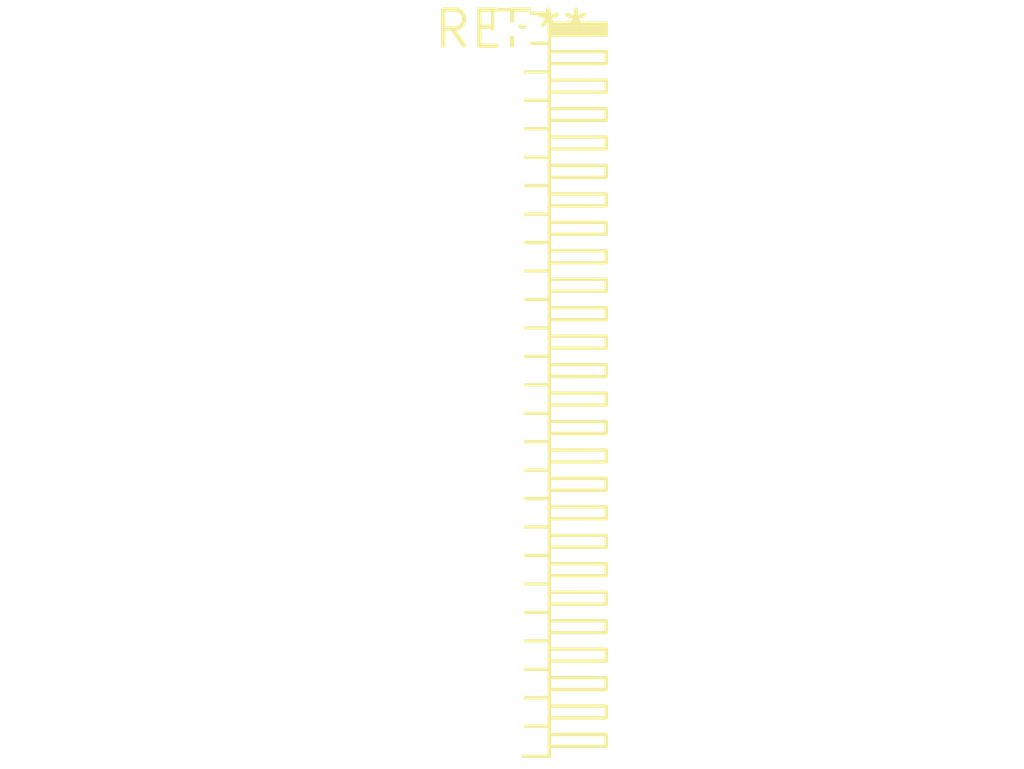
<source format=kicad_pcb>
(kicad_pcb (version 20240108) (generator pcbnew)
  (layers (0 "F.Cu" signal) (31 "B.Cu" signal) (34 "B.Paste" user) (35 "F.Paste" user) (36 "B.SilkS" user "B.Silkscreen") (37 "F.SilkS" user "F.Silkscreen") (38 "B.Mask" user) (39 "F.Mask" user) (44 "Edge.Cuts" user))
  (net 0 "")
  (footprint "PinHeader_1x26_P1.00mm_Horizontal" (layer "F.Cu") (at 0 0)
    (property "Reference" "REF**")
    (property "Value" "PinHeader_1x26_P1.00mm_Horizontal")
    (fp_line (start -0.685 -0.685) (end 0 -0.685) (layer "F.SilkS") (stroke (width 0.12)))
    (fp_line (start -0.685 0) (end -0.685 -0.685) (layer "F.SilkS") (stroke (width 0.12)))
    (fp_line (start 0.468215 1.5) (end 1.31 1.5) (layer "F.SilkS") (stroke (width 0.12)))
    (fp_line (start 0.468215 2.5) (end 1.31 2.5) (layer "F.SilkS") (stroke (width 0.12)))
    (fp_line (start 0.468215 3.5) (end 1.31 3.5) (layer "F.SilkS") (stroke (width 0.12)))
    (fp_line (start 0.468215 4.5) (end 1.31 4.5) (layer "F.SilkS") (stroke (width 0.12)))
    (fp_line (start 0.468215 5.5) (end 1.31 5.5) (layer "F.SilkS") (stroke (width 0.12)))
    (fp_line (start 0.468215 6.5) (end 1.31 6.5) (layer "F.SilkS") (stroke (width 0.12)))
    (fp_line (start 0.468215 7.5) (end 1.31 7.5) (layer "F.SilkS") (stroke (width 0.12)))
    (fp_line (start 0.468215 8.5) (end 1.31 8.5) (layer "F.SilkS") (stroke (width 0.12)))
    (fp_line (start 0.468215 9.5) (end 1.31 9.5) (layer "F.SilkS") (stroke (width 0.12)))
    (fp_line (start 0.468215 10.5) (end 1.31 10.5) (layer "F.SilkS") (stroke (width 0.12)))
    (fp_line (start 0.468215 11.5) (end 1.31 11.5) (layer "F.SilkS") (stroke (width 0.12)))
    (fp_line (start 0.468215 12.5) (end 1.31 12.5) (layer "F.SilkS") (stroke (width 0.12)))
    (fp_line (start 0.468215 13.5) (end 1.31 13.5) (layer "F.SilkS") (stroke (width 0.12)))
    (fp_line (start 0.468215 14.5) (end 1.31 14.5) (layer "F.SilkS") (stroke (width 0.12)))
    (fp_line (start 0.468215 15.5) (end 1.31 15.5) (layer "F.SilkS") (stroke (width 0.12)))
    (fp_line (start 0.468215 16.5) (end 1.31 16.5) (layer "F.SilkS") (stroke (width 0.12)))
    (fp_line (start 0.468215 17.5) (end 1.31 17.5) (layer "F.SilkS") (stroke (width 0.12)))
    (fp_line (start 0.468215 18.5) (end 1.31 18.5) (layer "F.SilkS") (stroke (width 0.12)))
    (fp_line (start 0.468215 19.5) (end 1.31 19.5) (layer "F.SilkS") (stroke (width 0.12)))
    (fp_line (start 0.468215 20.5) (end 1.31 20.5) (layer "F.SilkS") (stroke (width 0.12)))
    (fp_line (start 0.468215 21.5) (end 1.31 21.5) (layer "F.SilkS") (stroke (width 0.12)))
    (fp_line (start 0.468215 22.5) (end 1.31 22.5) (layer "F.SilkS") (stroke (width 0.12)))
    (fp_line (start 0.468215 23.5) (end 1.31 23.5) (layer "F.SilkS") (stroke (width 0.12)))
    (fp_line (start 0.468215 24.5) (end 1.31 24.5) (layer "F.SilkS") (stroke (width 0.12)))
    (fp_line (start 0.685 -0.56) (end 1.31 -0.56) (layer "F.SilkS") (stroke (width 0.12)))
    (fp_line (start 0.685 0.5) (end 1.31 0.5) (layer "F.SilkS") (stroke (width 0.12)))
    (fp_line (start 1.31 -0.56) (end 1.31 25.56) (layer "F.SilkS") (stroke (width 0.12)))
    (fp_line (start 1.31 -0.21) (end 3.31 -0.21) (layer "F.SilkS") (stroke (width 0.12)))
    (fp_line (start 1.31 -0.15) (end 3.31 -0.15) (layer "F.SilkS") (stroke (width 0.12)))
    (fp_line (start 1.31 -0.03) (end 3.31 -0.03) (layer "F.SilkS") (stroke (width 0.12)))
    (fp_line (start 1.31 0.09) (end 3.31 0.09) (layer "F.SilkS") (stroke (width 0.12)))
    (fp_line (start 1.31 0.79) (end 3.31 0.79) (layer "F.SilkS") (stroke (width 0.12)))
    (fp_line (start 1.31 1.79) (end 3.31 1.79) (layer "F.SilkS") (stroke (width 0.12)))
    (fp_line (start 1.31 2.79) (end 3.31 2.79) (layer "F.SilkS") (stroke (width 0.12)))
    (fp_line (start 1.31 3.79) (end 3.31 3.79) (layer "F.SilkS") (stroke (width 0.12)))
    (fp_line (start 1.31 4.79) (end 3.31 4.79) (layer "F.SilkS") (stroke (width 0.12)))
    (fp_line (start 1.31 5.79) (end 3.31 5.79) (layer "F.SilkS") (stroke (width 0.12)))
    (fp_line (start 1.31 6.79) (end 3.31 6.79) (layer "F.SilkS") (stroke (width 0.12)))
    (fp_line (start 1.31 7.79) (end 3.31 7.79) (layer "F.SilkS") (stroke (width 0.12)))
    (fp_line (start 1.31 8.79) (end 3.31 8.79) (layer "F.SilkS") (stroke (width 0.12)))
    (fp_line (start 1.31 9.79) (end 3.31 9.79) (layer "F.SilkS") (stroke (width 0.12)))
    (fp_line (start 1.31 10.79) (end 3.31 10.79) (layer "F.SilkS") (stroke (width 0.12)))
    (fp_line (start 1.31 11.79) (end 3.31 11.79) (layer "F.SilkS") (stroke (width 0.12)))
    (fp_line (start 1.31 12.79) (end 3.31 12.79) (layer "F.SilkS") (stroke (width 0.12)))
    (fp_line (start 1.31 13.79) (end 3.31 13.79) (layer "F.SilkS") (stroke (width 0.12)))
    (fp_line (start 1.31 14.79) (end 3.31 14.79) (layer "F.SilkS") (stroke (width 0.12)))
    (fp_line (start 1.31 15.79) (end 3.31 15.79) (layer "F.SilkS") (stroke (width 0.12)))
    (fp_line (start 1.31 16.79) (end 3.31 16.79) (layer "F.SilkS") (stroke (width 0.12)))
    (fp_line (start 1.31 17.79) (end 3.31 17.79) (layer "F.SilkS") (stroke (width 0.12)))
    (fp_line (start 1.31 18.79) (end 3.31 18.79) (layer "F.SilkS") (stroke (width 0.12)))
    (fp_line (start 1.31 19.79) (end 3.31 19.79) (layer "F.SilkS") (stroke (width 0.12)))
    (fp_line (start 1.31 20.79) (end 3.31 20.79) (layer "F.SilkS") (stroke (width 0.12)))
    (fp_line (start 1.31 21.79) (end 3.31 21.79) (layer "F.SilkS") (stroke (width 0.12)))
    (fp_line (start 1.31 22.79) (end 3.31 22.79) (layer "F.SilkS") (stroke (width 0.12)))
    (fp_line (start 1.31 23.79) (end 3.31 23.79) (layer "F.SilkS") (stroke (width 0.12)))
    (fp_line (start 1.31 24.79) (end 3.31 24.79) (layer "F.SilkS") (stroke (width 0.12)))
    (fp_line (start 1.31 25.56) (end 0.394493 25.56) (layer "F.SilkS") (stroke (width 0.12)))
    (fp_line (start 3.31 -0.21) (end 3.31 0.21) (layer "F.SilkS") (stroke (width 0.12)))
    (fp_line (start 3.31 0.21) (end 1.31 0.21) (layer "F.SilkS") (stroke (width 0.12)))
    (fp_line (start 3.31 0.79) (end 3.31 1.21) (layer "F.SilkS") (stroke (width 0.12)))
    (fp_line (start 3.31 1.21) (end 1.31 1.21) (layer "F.SilkS") (stroke (width 0.12)))
    (fp_line (start 3.31 1.79) (end 3.31 2.21) (layer "F.SilkS") (stroke (width 0.12)))
    (fp_line (start 3.31 2.21) (end 1.31 2.21) (layer "F.SilkS") (stroke (width 0.12)))
    (fp_line (start 3.31 2.79) (end 3.31 3.21) (layer "F.SilkS") (stroke (width 0.12)))
    (fp_line (start 3.31 3.21) (end 1.31 3.21) (layer "F.SilkS") (stroke (width 0.12)))
    (fp_line (start 3.31 3.79) (end 3.31 4.21) (layer "F.SilkS") (stroke (width 0.12)))
    (fp_line (start 3.31 4.21) (end 1.31 4.21) (layer "F.SilkS") (stroke (width 0.12)))
    (fp_line (start 3.31 4.79) (end 3.31 5.21) (layer "F.SilkS") (stroke (width 0.12)))
    (fp_line (start 3.31 5.21) (end 1.31 5.21) (layer "F.SilkS") (stroke (width 0.12)))
    (fp_line (start 3.31 5.79) (end 3.31 6.21) (layer "F.SilkS") (stroke (width 0.12)))
    (fp_line (start 3.31 6.21) (end 1.31 6.21) (layer "F.SilkS") (stroke (width 0.12)))
    (fp_line (start 3.31 6.79) (end 3.31 7.21) (layer "F.SilkS") (stroke (width 0.12)))
    (fp_line (start 3.31 7.21) (end 1.31 7.21) (layer "F.SilkS") (stroke (width 0.12)))
    (fp_line (start 3.31 7.79) (end 3.31 8.21) (layer "F.SilkS") (stroke (width 0.12)))
    (fp_line (start 3.31 8.21) (end 1.31 8.21) (layer "F.SilkS") (stroke (width 0.12)))
    (fp_line (start 3.31 8.79) (end 3.31 9.21) (layer "F.SilkS") (stroke (width 0.12)))
    (fp_line (start 3.31 9.21) (end 1.31 9.21) (layer "F.SilkS") (stroke (width 0.12)))
    (fp_line (start 3.31 9.79) (end 3.31 10.21) (layer "F.SilkS") (stroke (width 0.12)))
    (fp_line (start 3.31 10.21) (end 1.31 10.21) (layer "F.SilkS") (stroke (width 0.12)))
    (fp_line (start 3.31 10.79) (end 3.31 11.21) (layer "F.SilkS") (stroke (width 0.12)))
    (fp_line (start 3.31 11.21) (end 1.31 11.21) (layer "F.SilkS") (stroke (width 0.12)))
    (fp_line (start 3.31 11.79) (end 3.31 12.21) (layer "F.SilkS") (stroke (width 0.12)))
    (fp_line (start 3.31 12.21) (end 1.31 12.21) (layer "F.SilkS") (stroke (width 0.12)))
    (fp_line (start 3.31 12.79) (end 3.31 13.21) (layer "F.SilkS") (stroke (width 0.12)))
    (fp_line (start 3.31 13.21) (end 1.31 13.21) (layer "F.SilkS") (stroke (width 0.12)))
    (fp_line (start 3.31 13.79) (end 3.31 14.21) (layer "F.SilkS") (stroke (width 0.12)))
    (fp_line (start 3.31 14.21) (end 1.31 14.21) (layer "F.SilkS") (stroke (width 0.12)))
    (fp_line (start 3.31 14.79) (end 3.31 15.21) (layer "F.SilkS") (stroke (width 0.12)))
    (fp_line (start 3.31 15.21) (end 1.31 15.21) (layer "F.SilkS") (stroke (width 0.12)))
    (fp_line (start 3.31 15.79) (end 3.31 16.21) (layer "F.SilkS") (stroke (width 0.12)))
    (fp_line (start 3.31 16.21) (end 1.31 16.21) (layer "F.SilkS") (stroke (width 0.12)))
    (fp_line (start 3.31 16.79) (end 3.31 17.21) (layer "F.SilkS") (stroke (width 0.12)))
    (fp_line (start 3.31 17.21) (end 1.31 17.21) (layer "F.SilkS") (stroke (width 0.12)))
    (fp_line (start 3.31 17.79) (end 3.31 18.21) (layer "F.SilkS") (stroke (width 0.12)))
    (fp_line (start 3.31 18.21) (end 1.31 18.21) (layer "F.SilkS") (stroke (width 0.12)))
    (fp_line (start 3.31 18.79) (end 3.31 19.21) (layer "F.SilkS") (stroke (width 0.12)))
    (fp_line (start 3.31 19.21) (end 1.31 19.21) (layer "F.SilkS") (stroke (width 0.12)))
    (fp_line (start 3.31 19.79) (end 3.31 20.21) (layer "F.SilkS") (stroke (width 0.12)))
    (fp_line (start 3.31 20.21) (end 1.31 20.21) (layer "F.SilkS") (stroke (width 0.12)))
    (fp_line (start 3.31 20.79) (end 3.31 21.21) (layer "F.SilkS") (stroke (width 0.12)))
    (fp_line (start 3.31 21.21) (end 1.31 21.21) (layer "F.SilkS") (stroke (width 0.12)))
    (fp_line (start 3.31 21.79) (end 3.31 22.21) (layer "F.SilkS") (stroke (width 0.12)))
    (fp_line (start 3.31 22.21) (end 1.31 22.21) (layer "F.SilkS") (stroke (width 0.12)))
    (fp_line (start 3.31 22.79) (end 3.31 23.21) (layer "F.SilkS") (stroke (width 0.12)))
    (fp_line (start 3.31 23.21) (end 1.31 23.21) (layer "F.SilkS") (stroke (width 0.12)))
    (fp_line (start 3.31 23.79) (end 3.31 24.21) (layer "F.SilkS") (stroke (width 0.12)))
    (fp_line (start 3.31 24.21) (end 1.31 24.21) (layer "F.SilkS") (stroke (width 0.12)))
    (fp_line (start 3.31 24.79) (end 3.31 25.21) (layer "F.SilkS") (stroke (width 0.12)))
    (fp_line (start 3.31 25.21) (end 1.31 25.21) (layer "F.SilkS") (stroke (width 0.12)))
    (pad "1" thru_hole rect (at 0 0) (size 0.85 0.85) (drill 0.5) (layers *.Cu *.Mask) (remove_unused_layers))
    (pad "2" thru_hole oval (at 0 1) (size 0.85 0.85) (drill 0.5) (layers *.Cu *.Mask) (remove_unused_layers))
    (pad "3" thru_hole oval (at 0 2) (size 0.85 0.85) (drill 0.5) (layers *.Cu *.Mask) (remove_unused_layers))
    (pad "4" thru_hole oval (at 0 3) (size 0.85 0.85) (drill 0.5) (layers *.Cu *.Mask) (remove_unused_layers))
    (pad "5" thru_hole oval (at 0 4) (size 0.85 0.85) (drill 0.5) (layers *.Cu *.Mask) (remove_unused_layers))
    (pad "6" thru_hole oval (at 0 5) (size 0.85 0.85) (drill 0.5) (layers *.Cu *.Mask) (remove_unused_layers))
    (pad "7" thru_hole oval (at 0 6) (size 0.85 0.85) (drill 0.5) (layers *.Cu *.Mask) (remove_unused_layers))
    (pad "8" thru_hole oval (at 0 7) (size 0.85 0.85) (drill 0.5) (layers *.Cu *.Mask) (remove_unused_layers))
    (pad "9" thru_hole oval (at 0 8) (size 0.85 0.85) (drill 0.5) (layers *.Cu *.Mask) (remove_unused_layers))
    (pad "10" thru_hole oval (at 0 9) (size 0.85 0.85) (drill 0.5) (layers *.Cu *.Mask) (remove_unused_layers))
    (pad "11" thru_hole oval (at 0 10) (size 0.85 0.85) (drill 0.5) (layers *.Cu *.Mask) (remove_unused_layers))
    (pad "12" thru_hole oval (at 0 11) (size 0.85 0.85) (drill 0.5) (layers *.Cu *.Mask) (remove_unused_layers))
    (pad "13" thru_hole oval (at 0 12) (size 0.85 0.85) (drill 0.5) (layers *.Cu *.Mask) (remove_unused_layers))
    (pad "14" thru_hole oval (at 0 13) (size 0.85 0.85) (drill 0.5) (layers *.Cu *.Mask) (remove_unused_layers))
    (pad "15" thru_hole oval (at 0 14) (size 0.85 0.85) (drill 0.5) (layers *.Cu *.Mask) (remove_unused_layers))
    (pad "16" thru_hole oval (at 0 15) (size 0.85 0.85) (drill 0.5) (layers *.Cu *.Mask) (remove_unused_layers))
    (pad "17" thru_hole oval (at 0 16) (size 0.85 0.85) (drill 0.5) (layers *.Cu *.Mask) (remove_unused_layers))
    (pad "18" thru_hole oval (at 0 17) (size 0.85 0.85) (drill 0.5) (layers *.Cu *.Mask) (remove_unused_layers))
    (pad "19" thru_hole oval (at 0 18) (size 0.85 0.85) (drill 0.5) (layers *.Cu *.Mask) (remove_unused_layers))
    (pad "20" thru_hole oval (at 0 19) (size 0.85 0.85) (drill 0.5) (layers *.Cu *.Mask) (remove_unused_layers))
    (pad "21" thru_hole oval (at 0 20) (size 0.85 0.85) (drill 0.5) (layers *.Cu *.Mask) (remove_unused_layers))
    (pad "22" thru_hole oval (at 0 21) (size 0.85 0.85) (drill 0.5) (layers *.Cu *.Mask) (remove_unused_layers))
    (pad "23" thru_hole oval (at 0 22) (size 0.85 0.85) (drill 0.5) (layers *.Cu *.Mask) (remove_unused_layers))
    (pad "24" thru_hole oval (at 0 23) (size 0.85 0.85) (drill 0.5) (layers *.Cu *.Mask) (remove_unused_layers))
    (pad "25" thru_hole oval (at 0 24) (size 0.85 0.85) (drill 0.5) (layers *.Cu *.Mask) (remove_unused_layers))
    (pad "26" thru_hole oval (at 0 25) (size 0.85 0.85) (drill 0.5) (layers *.Cu *.Mask) (remove_unused_layers))
  )
)
</source>
